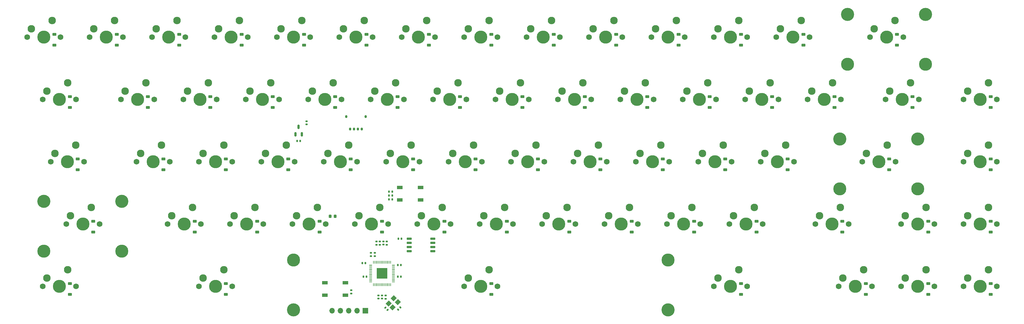
<source format=gbr>
%TF.GenerationSoftware,KiCad,Pcbnew,8.0.4*%
%TF.CreationDate,2024-09-08T22:21:23-07:00*%
%TF.ProjectId,65-wkl-pcb,36352d77-6b6c-42d7-9063-622e6b696361,rev?*%
%TF.SameCoordinates,Original*%
%TF.FileFunction,Soldermask,Bot*%
%TF.FilePolarity,Negative*%
%FSLAX46Y46*%
G04 Gerber Fmt 4.6, Leading zero omitted, Abs format (unit mm)*
G04 Created by KiCad (PCBNEW 8.0.4) date 2024-09-08 22:21:23*
%MOMM*%
%LPD*%
G01*
G04 APERTURE LIST*
G04 Aperture macros list*
%AMRoundRect*
0 Rectangle with rounded corners*
0 $1 Rounding radius*
0 $2 $3 $4 $5 $6 $7 $8 $9 X,Y pos of 4 corners*
0 Add a 4 corners polygon primitive as box body*
4,1,4,$2,$3,$4,$5,$6,$7,$8,$9,$2,$3,0*
0 Add four circle primitives for the rounded corners*
1,1,$1+$1,$2,$3*
1,1,$1+$1,$4,$5*
1,1,$1+$1,$6,$7*
1,1,$1+$1,$8,$9*
0 Add four rect primitives between the rounded corners*
20,1,$1+$1,$2,$3,$4,$5,0*
20,1,$1+$1,$4,$5,$6,$7,0*
20,1,$1+$1,$6,$7,$8,$9,0*
20,1,$1+$1,$8,$9,$2,$3,0*%
%AMRotRect*
0 Rectangle, with rotation*
0 The origin of the aperture is its center*
0 $1 length*
0 $2 width*
0 $3 Rotation angle, in degrees counterclockwise*
0 Add horizontal line*
21,1,$1,$2,0,0,$3*%
G04 Aperture macros list end*
%ADD10C,4.000000*%
%ADD11C,3.987800*%
%ADD12C,2.300000*%
%ADD13C,1.750000*%
%ADD14RoundRect,0.225000X0.375000X-0.225000X0.375000X0.225000X-0.375000X0.225000X-0.375000X-0.225000X0*%
%ADD15O,1.700000X1.700000*%
%ADD16R,1.700000X1.700000*%
%ADD17RoundRect,0.150000X0.150000X-0.512500X0.150000X0.512500X-0.150000X0.512500X-0.150000X-0.512500X0*%
%ADD18RoundRect,0.135000X-0.135000X-0.185000X0.135000X-0.185000X0.135000X0.185000X-0.135000X0.185000X0*%
%ADD19RoundRect,0.135000X0.135000X0.185000X-0.135000X0.185000X-0.135000X-0.185000X0.135000X-0.185000X0*%
%ADD20RoundRect,0.140000X0.170000X-0.140000X0.170000X0.140000X-0.170000X0.140000X-0.170000X-0.140000X0*%
%ADD21RoundRect,0.135000X0.185000X-0.135000X0.185000X0.135000X-0.185000X0.135000X-0.185000X-0.135000X0*%
%ADD22RoundRect,0.140000X0.021213X-0.219203X0.219203X-0.021213X-0.021213X0.219203X-0.219203X0.021213X0*%
%ADD23RoundRect,0.140000X0.219203X0.021213X0.021213X0.219203X-0.219203X-0.021213X-0.021213X-0.219203X0*%
%ADD24R,1.700000X1.000000*%
%ADD25RoundRect,0.140000X0.140000X0.170000X-0.140000X0.170000X-0.140000X-0.170000X0.140000X-0.170000X0*%
%ADD26RoundRect,0.135000X-0.185000X0.135000X-0.185000X-0.135000X0.185000X-0.135000X0.185000X0.135000X0*%
%ADD27RoundRect,0.175000X-0.175000X-0.225000X0.175000X-0.225000X0.175000X0.225000X-0.175000X0.225000X0*%
%ADD28RoundRect,0.150000X-0.150000X-0.275000X0.150000X-0.275000X0.150000X0.275000X-0.150000X0.275000X0*%
%ADD29RoundRect,0.140000X-0.170000X0.140000X-0.170000X-0.140000X0.170000X-0.140000X0.170000X0.140000X0*%
%ADD30RoundRect,0.140000X-0.140000X-0.170000X0.140000X-0.170000X0.140000X0.170000X-0.140000X0.170000X0*%
%ADD31RotRect,1.400000X1.200000X45.000000*%
%ADD32RoundRect,0.150000X0.650000X0.150000X-0.650000X0.150000X-0.650000X-0.150000X0.650000X-0.150000X0*%
%ADD33R,3.200000X3.200000*%
%ADD34RoundRect,0.050000X0.050000X0.387500X-0.050000X0.387500X-0.050000X-0.387500X0.050000X-0.387500X0*%
%ADD35RoundRect,0.050000X0.387500X0.050000X-0.387500X0.050000X-0.387500X-0.050000X0.387500X-0.050000X0*%
%ADD36RoundRect,0.225000X0.225000X0.250000X-0.225000X0.250000X-0.225000X-0.250000X0.225000X-0.250000X0*%
G04 APERTURE END LIST*
D10*
%TO.C,S1*%
X215106250Y-107950000D03*
D11*
X215106250Y-92710000D03*
D10*
X100806250Y-107950000D03*
D11*
X100806250Y-92710000D03*
%TD*%
D12*
%TO.C,MX3*%
X65246250Y-19526250D03*
X58896250Y-22066250D03*
D13*
X67786250Y-24606250D03*
D11*
X62706250Y-24606250D03*
D13*
X57626250Y-24606250D03*
%TD*%
D12*
%TO.C,MX4*%
X84296250Y-19526250D03*
X77946250Y-22066250D03*
D13*
X86836250Y-24606250D03*
D11*
X81756250Y-24606250D03*
D13*
X76676250Y-24606250D03*
%TD*%
D12*
%TO.C,MX37*%
X174783750Y-57626250D03*
X168433750Y-60166250D03*
D13*
X177323750Y-62706250D03*
D11*
X172243750Y-62706250D03*
D13*
X167163750Y-62706250D03*
%TD*%
D12*
%TO.C,MX7*%
X141446250Y-19526250D03*
X135096250Y-22066250D03*
D13*
X143986250Y-24606250D03*
D11*
X138906250Y-24606250D03*
D13*
X133826250Y-24606250D03*
%TD*%
D12*
%TO.C,MX16*%
X55721250Y-38576250D03*
X49371250Y-41116250D03*
D13*
X58261250Y-43656250D03*
D11*
X53181250Y-43656250D03*
D13*
X48101250Y-43656250D03*
%TD*%
D12*
%TO.C,MX29*%
X312896250Y-38576250D03*
X306546250Y-41116250D03*
D13*
X315436250Y-43656250D03*
D11*
X310356250Y-43656250D03*
D13*
X305276250Y-43656250D03*
%TD*%
D12*
%TO.C,MX39*%
X212883750Y-57626250D03*
X206533750Y-60166250D03*
D13*
X215423750Y-62706250D03*
D11*
X210343750Y-62706250D03*
D13*
X205263750Y-62706250D03*
%TD*%
D12*
%TO.C,MX13*%
X255746250Y-19526250D03*
X249396250Y-22066250D03*
D13*
X258286250Y-24606250D03*
D11*
X253206250Y-24606250D03*
D13*
X248126250Y-24606250D03*
%TD*%
D12*
%TO.C,MX63*%
X293846250Y-95726250D03*
X287496250Y-98266250D03*
D13*
X296386250Y-100806250D03*
D11*
X291306250Y-100806250D03*
D13*
X286226250Y-100806250D03*
%TD*%
D12*
%TO.C,MX2*%
X46196250Y-19526250D03*
X39846250Y-22066250D03*
D13*
X48736250Y-24606250D03*
D11*
X43656250Y-24606250D03*
D13*
X38576250Y-24606250D03*
%TD*%
D12*
%TO.C,MX24*%
X208121250Y-38576250D03*
X201771250Y-41116250D03*
D13*
X210661250Y-43656250D03*
D11*
X205581250Y-43656250D03*
D13*
X200501250Y-43656250D03*
%TD*%
D12*
%TO.C,MX56*%
X293846250Y-76676250D03*
X287496250Y-79216250D03*
D13*
X296386250Y-81756250D03*
D11*
X291306250Y-81756250D03*
D13*
X286226250Y-81756250D03*
%TD*%
D12*
%TO.C,MX35*%
X136683750Y-57626250D03*
X130333750Y-60166250D03*
D13*
X139223750Y-62706250D03*
D11*
X134143750Y-62706250D03*
D13*
X129063750Y-62706250D03*
%TD*%
D12*
%TO.C,MX28*%
X289083750Y-38576250D03*
X282733750Y-41116250D03*
D13*
X291623750Y-43656250D03*
D11*
X286543750Y-43656250D03*
D13*
X281463750Y-43656250D03*
%TD*%
D12*
%TO.C,MX5*%
X103346250Y-19526250D03*
X96996250Y-22066250D03*
D13*
X105886250Y-24606250D03*
D11*
X100806250Y-24606250D03*
D13*
X95726250Y-24606250D03*
%TD*%
D12*
%TO.C,MX59*%
X79533750Y-95726250D03*
X73183750Y-98266250D03*
D13*
X82073750Y-100806250D03*
D11*
X76993750Y-100806250D03*
D13*
X71913750Y-100806250D03*
%TD*%
D12*
%TO.C,MX31*%
X60483750Y-57626250D03*
X54133750Y-60166250D03*
D13*
X63023750Y-62706250D03*
D11*
X57943750Y-62706250D03*
D13*
X52863750Y-62706250D03*
%TD*%
D12*
%TO.C,MX8*%
X160496250Y-19526250D03*
X154146250Y-22066250D03*
D13*
X163036250Y-24606250D03*
D11*
X157956250Y-24606250D03*
D13*
X152876250Y-24606250D03*
%TD*%
D12*
%TO.C,MX11*%
X217646250Y-19526250D03*
X211296250Y-22066250D03*
D13*
X220186250Y-24606250D03*
D11*
X215106250Y-24606250D03*
D13*
X210026250Y-24606250D03*
%TD*%
D12*
%TO.C,MX10*%
X198596250Y-19526250D03*
X192246250Y-22066250D03*
D13*
X201136250Y-24606250D03*
D11*
X196056250Y-24606250D03*
D13*
X190976250Y-24606250D03*
%TD*%
D12*
%TO.C,MX47*%
X108108750Y-76676250D03*
X101758750Y-79216250D03*
D13*
X110648750Y-81756250D03*
D11*
X105568750Y-81756250D03*
D13*
X100488750Y-81756250D03*
%TD*%
D12*
%TO.C,MX62*%
X274796250Y-95726250D03*
X268446250Y-98266250D03*
D13*
X277336250Y-100806250D03*
D11*
X272256250Y-100806250D03*
D13*
X267176250Y-100806250D03*
%TD*%
D12*
%TO.C,MX48*%
X127158750Y-76676250D03*
X120808750Y-79216250D03*
D13*
X129698750Y-81756250D03*
D11*
X124618750Y-81756250D03*
D13*
X119538750Y-81756250D03*
%TD*%
D12*
%TO.C,MX15*%
X31908750Y-38576250D03*
X25558750Y-41116250D03*
D13*
X34448750Y-43656250D03*
D11*
X29368750Y-43656250D03*
D13*
X24288750Y-43656250D03*
%TD*%
D12*
%TO.C,MX27*%
X265271250Y-38576250D03*
X258921250Y-41116250D03*
D13*
X267811250Y-43656250D03*
D11*
X262731250Y-43656250D03*
D13*
X257651250Y-43656250D03*
%TD*%
D12*
%TO.C,MX22*%
X170021250Y-38576250D03*
X163671250Y-41116250D03*
D13*
X172561250Y-43656250D03*
D11*
X167481250Y-43656250D03*
D13*
X162401250Y-43656250D03*
%TD*%
D12*
%TO.C,MX60*%
X160496250Y-95726250D03*
X154146250Y-98266250D03*
D13*
X163036250Y-100806250D03*
D11*
X157956250Y-100806250D03*
D13*
X152876250Y-100806250D03*
%TD*%
D12*
%TO.C,MX42*%
X281940000Y-57626250D03*
X275590000Y-60166250D03*
D13*
X284480000Y-62706250D03*
D11*
X279400000Y-62706250D03*
D13*
X274320000Y-62706250D03*
%TD*%
D12*
%TO.C,MX57*%
X312896250Y-76676250D03*
X306546250Y-79216250D03*
D13*
X315436250Y-81756250D03*
D11*
X310356250Y-81756250D03*
D13*
X305276250Y-81756250D03*
%TD*%
D12*
%TO.C,MX20*%
X131921250Y-38576250D03*
X125571250Y-41116250D03*
D13*
X134461250Y-43656250D03*
D11*
X129381250Y-43656250D03*
D13*
X124301250Y-43656250D03*
%TD*%
D12*
%TO.C,MX52*%
X203358750Y-76676250D03*
X197008750Y-79216250D03*
D13*
X205898750Y-81756250D03*
D11*
X200818750Y-81756250D03*
D13*
X195738750Y-81756250D03*
%TD*%
D12*
%TO.C,MX50*%
X165258750Y-76676250D03*
X158908750Y-79216250D03*
D13*
X167798750Y-81756250D03*
D11*
X162718750Y-81756250D03*
D13*
X157638750Y-81756250D03*
%TD*%
D12*
%TO.C,MX40*%
X231933750Y-57626250D03*
X225583750Y-60166250D03*
D13*
X234473750Y-62706250D03*
D11*
X229393750Y-62706250D03*
D13*
X224313750Y-62706250D03*
%TD*%
D12*
%TO.C,MX41*%
X250983750Y-57626250D03*
X244633750Y-60166250D03*
D13*
X253523750Y-62706250D03*
D11*
X248443750Y-62706250D03*
D13*
X243363750Y-62706250D03*
%TD*%
D12*
%TO.C,MX53*%
X222408750Y-76676250D03*
X216058750Y-79216250D03*
D13*
X224948750Y-81756250D03*
D11*
X219868750Y-81756250D03*
D13*
X214788750Y-81756250D03*
%TD*%
D12*
%TO.C,MX25*%
X227171250Y-38576250D03*
X220821250Y-41116250D03*
D13*
X229711250Y-43656250D03*
D11*
X224631250Y-43656250D03*
D13*
X219551250Y-43656250D03*
%TD*%
D11*
%TO.C,S3*%
X291306250Y-70961250D03*
D10*
X291306250Y-55721250D03*
D11*
X267493750Y-70961250D03*
D10*
X267493750Y-55721250D03*
%TD*%
D12*
%TO.C,MX36*%
X155733750Y-57626250D03*
X149383750Y-60166250D03*
D13*
X158273750Y-62706250D03*
D11*
X153193750Y-62706250D03*
D13*
X148113750Y-62706250D03*
%TD*%
D12*
%TO.C,MX9*%
X179546250Y-19526250D03*
X173196250Y-22066250D03*
D13*
X182086250Y-24606250D03*
D11*
X177006250Y-24606250D03*
D13*
X171926250Y-24606250D03*
%TD*%
D12*
%TO.C,MX14*%
X284321250Y-19526250D03*
X277971250Y-22066250D03*
D13*
X286861250Y-24606250D03*
D11*
X281781250Y-24606250D03*
D13*
X276701250Y-24606250D03*
%TD*%
D12*
%TO.C,MX17*%
X74771250Y-38576250D03*
X68421250Y-41116250D03*
D13*
X77311250Y-43656250D03*
D11*
X72231250Y-43656250D03*
D13*
X67151250Y-43656250D03*
%TD*%
D12*
%TO.C,MX45*%
X70008750Y-76676250D03*
X63658750Y-79216250D03*
D13*
X72548750Y-81756250D03*
D11*
X67468750Y-81756250D03*
D13*
X62388750Y-81756250D03*
%TD*%
D12*
%TO.C,MX54*%
X241458750Y-76676250D03*
X235108750Y-79216250D03*
D13*
X243998750Y-81756250D03*
D11*
X238918750Y-81756250D03*
D13*
X233838750Y-81756250D03*
%TD*%
D12*
%TO.C,MX32*%
X79533750Y-57626250D03*
X73183750Y-60166250D03*
D13*
X82073750Y-62706250D03*
D11*
X76993750Y-62706250D03*
D13*
X71913750Y-62706250D03*
%TD*%
D12*
%TO.C,MX49*%
X146208750Y-76676250D03*
X139858750Y-79216250D03*
D13*
X148748750Y-81756250D03*
D11*
X143668750Y-81756250D03*
D13*
X138588750Y-81756250D03*
%TD*%
D12*
%TO.C,MX21*%
X150971250Y-38576250D03*
X144621250Y-41116250D03*
D13*
X153511250Y-43656250D03*
D11*
X148431250Y-43656250D03*
D13*
X143351250Y-43656250D03*
%TD*%
D12*
%TO.C,MX61*%
X236696250Y-95726250D03*
X230346250Y-98266250D03*
D13*
X239236250Y-100806250D03*
D11*
X234156250Y-100806250D03*
D13*
X229076250Y-100806250D03*
%TD*%
D12*
%TO.C,MX44*%
X39052500Y-76676250D03*
X32702500Y-79216250D03*
D13*
X41592500Y-81756250D03*
D11*
X36512500Y-81756250D03*
D13*
X31432500Y-81756250D03*
%TD*%
D12*
%TO.C,MX1*%
X27146250Y-19526250D03*
X20796250Y-22066250D03*
D13*
X29686250Y-24606250D03*
D11*
X24606250Y-24606250D03*
D13*
X19526250Y-24606250D03*
%TD*%
D12*
%TO.C,MX19*%
X112871250Y-38576250D03*
X106521250Y-41116250D03*
D13*
X115411250Y-43656250D03*
D11*
X110331250Y-43656250D03*
D13*
X105251250Y-43656250D03*
%TD*%
D12*
%TO.C,MX6*%
X122396250Y-19526250D03*
X116046250Y-22066250D03*
D13*
X124936250Y-24606250D03*
D11*
X119856250Y-24606250D03*
D13*
X114776250Y-24606250D03*
%TD*%
D12*
%TO.C,MX34*%
X117633750Y-57626250D03*
X111283750Y-60166250D03*
D13*
X120173750Y-62706250D03*
D11*
X115093750Y-62706250D03*
D13*
X110013750Y-62706250D03*
%TD*%
D11*
%TO.C,S4*%
X293687500Y-32861250D03*
D10*
X293687500Y-17621250D03*
D11*
X269875000Y-32861250D03*
D10*
X269875000Y-17621250D03*
%TD*%
D12*
%TO.C,MX38*%
X193833750Y-57626250D03*
X187483750Y-60166250D03*
D13*
X196373750Y-62706250D03*
D11*
X191293750Y-62706250D03*
D13*
X186213750Y-62706250D03*
%TD*%
D12*
%TO.C,MX30*%
X34290000Y-57626250D03*
X27940000Y-60166250D03*
D13*
X36830000Y-62706250D03*
D11*
X31750000Y-62706250D03*
D13*
X26670000Y-62706250D03*
%TD*%
D12*
%TO.C,MX18*%
X93821250Y-38576250D03*
X87471250Y-41116250D03*
D13*
X96361250Y-43656250D03*
D11*
X91281250Y-43656250D03*
D13*
X86201250Y-43656250D03*
%TD*%
D12*
%TO.C,MX43*%
X312896250Y-57626250D03*
X306546250Y-60166250D03*
D13*
X315436250Y-62706250D03*
D11*
X310356250Y-62706250D03*
D13*
X305276250Y-62706250D03*
%TD*%
D12*
%TO.C,MX58*%
X31908750Y-95726250D03*
X25558750Y-98266250D03*
D13*
X34448750Y-100806250D03*
D11*
X29368750Y-100806250D03*
D13*
X24288750Y-100806250D03*
%TD*%
D12*
%TO.C,MX26*%
X246221250Y-38576250D03*
X239871250Y-41116250D03*
D13*
X248761250Y-43656250D03*
D11*
X243681250Y-43656250D03*
D13*
X238601250Y-43656250D03*
%TD*%
D12*
%TO.C,MX51*%
X184308750Y-76676250D03*
X177958750Y-79216250D03*
D13*
X186848750Y-81756250D03*
D11*
X181768750Y-81756250D03*
D13*
X176688750Y-81756250D03*
%TD*%
D12*
%TO.C,MX64*%
X312896250Y-95726250D03*
X306546250Y-98266250D03*
D13*
X315436250Y-100806250D03*
D11*
X310356250Y-100806250D03*
D13*
X305276250Y-100806250D03*
%TD*%
D12*
%TO.C,MX33*%
X98583750Y-57626250D03*
X92233750Y-60166250D03*
D13*
X101123750Y-62706250D03*
D11*
X96043750Y-62706250D03*
D13*
X90963750Y-62706250D03*
%TD*%
D12*
%TO.C,MX12*%
X236696250Y-19526250D03*
X230346250Y-22066250D03*
D13*
X239236250Y-24606250D03*
D11*
X234156250Y-24606250D03*
D13*
X229076250Y-24606250D03*
%TD*%
D12*
%TO.C,MX23*%
X189071250Y-38576250D03*
X182721250Y-41116250D03*
D13*
X191611250Y-43656250D03*
D11*
X186531250Y-43656250D03*
D13*
X181451250Y-43656250D03*
%TD*%
D12*
%TO.C,MX46*%
X89058750Y-76676250D03*
X82708750Y-79216250D03*
D13*
X91598750Y-81756250D03*
D11*
X86518750Y-81756250D03*
D13*
X81438750Y-81756250D03*
%TD*%
D12*
%TO.C,MX55*%
X267652500Y-76676250D03*
X261302500Y-79216250D03*
D13*
X270192500Y-81756250D03*
D11*
X265112500Y-81756250D03*
D13*
X260032500Y-81756250D03*
%TD*%
D11*
%TO.C,S2*%
X48418750Y-90011250D03*
D10*
X48418750Y-74771250D03*
D11*
X24606250Y-90011250D03*
D10*
X24606250Y-74771250D03*
%TD*%
D14*
%TO.C,D53*%
X223043750Y-80900000D03*
X223043750Y-84200000D03*
%TD*%
%TO.C,D41*%
X251618750Y-61850000D03*
X251618750Y-65150000D03*
%TD*%
%TO.C,D43*%
X313531250Y-61850000D03*
X313531250Y-65150000D03*
%TD*%
D15*
%TO.C,J3*%
X112575993Y-108219357D03*
X115115993Y-108219357D03*
X117655993Y-108219357D03*
X120195993Y-108219357D03*
D16*
X122735993Y-108219357D03*
%TD*%
D17*
%TO.C,U1*%
X102347130Y-52043750D03*
X101397131Y-54318750D03*
X103297129Y-54318750D03*
%TD*%
D18*
%TO.C,R4*%
X130953749Y-73050000D03*
X129933751Y-73050000D03*
%TD*%
D14*
%TO.C,D8*%
X161131250Y-23750000D03*
X161131250Y-27050000D03*
%TD*%
D19*
%TO.C,R5*%
X129933751Y-74250000D03*
X130953749Y-74250000D03*
%TD*%
D14*
%TO.C,D10*%
X199231250Y-23750000D03*
X199231250Y-27050000D03*
%TD*%
%TO.C,D46*%
X89693750Y-80900000D03*
X89693750Y-84200000D03*
%TD*%
%TO.C,D18*%
X94456250Y-42800000D03*
X94456250Y-46100000D03*
%TD*%
D20*
%TO.C,C16*%
X128213359Y-87087400D03*
X128213359Y-88047400D03*
%TD*%
D14*
%TO.C,D48*%
X127793750Y-80900000D03*
X127793750Y-84200000D03*
%TD*%
%TO.C,D35*%
X137318750Y-61850000D03*
X137318750Y-65150000D03*
%TD*%
%TO.C,D30*%
X34925000Y-61850000D03*
X34925000Y-65150000D03*
%TD*%
%TO.C,D25*%
X227806250Y-42800000D03*
X227806250Y-46100000D03*
%TD*%
%TO.C,D38*%
X194468750Y-61850000D03*
X194468750Y-65150000D03*
%TD*%
%TO.C,D24*%
X208756250Y-42800000D03*
X208756250Y-46100000D03*
%TD*%
%TO.C,D56*%
X294481250Y-80900000D03*
X294481250Y-84200000D03*
%TD*%
%TO.C,D63*%
X294481250Y-99950000D03*
X294481250Y-103250000D03*
%TD*%
%TO.C,D11*%
X218281250Y-23750000D03*
X218281250Y-27050000D03*
%TD*%
D21*
%TO.C,R9*%
X128910755Y-103561188D03*
X128910755Y-104581186D03*
%TD*%
D14*
%TO.C,D17*%
X75406250Y-42800000D03*
X75406250Y-46100000D03*
%TD*%
D20*
%TO.C,C13*%
X129244743Y-87096067D03*
X129244743Y-88056067D03*
%TD*%
D14*
%TO.C,D42*%
X282575000Y-61850000D03*
X282575000Y-65150000D03*
%TD*%
%TO.C,D37*%
X175418750Y-61850000D03*
X175418750Y-65150000D03*
%TD*%
%TO.C,D34*%
X118268750Y-61850000D03*
X118268750Y-65150000D03*
%TD*%
%TO.C,D23*%
X189706250Y-42800000D03*
X189706250Y-46100000D03*
%TD*%
D22*
%TO.C,C11*%
X133420822Y-107212713D03*
X132742000Y-107891535D03*
%TD*%
D23*
%TO.C,C12*%
X128773250Y-107327641D03*
X129452072Y-108006463D03*
%TD*%
D24*
%TO.C,RST1*%
X110356250Y-103500000D03*
X116656250Y-103500000D03*
X110356250Y-99700000D03*
X116656250Y-99700000D03*
%TD*%
D14*
%TO.C,D19*%
X113506250Y-42800000D03*
X113506250Y-46100000D03*
%TD*%
%TO.C,D40*%
X232568750Y-61850000D03*
X232568750Y-65150000D03*
%TD*%
%TO.C,D61*%
X237331250Y-99950000D03*
X237331250Y-103250000D03*
%TD*%
%TO.C,D21*%
X151606250Y-42800000D03*
X151606250Y-46100000D03*
%TD*%
%TO.C,D14*%
X284956250Y-23750000D03*
X284956250Y-27050000D03*
%TD*%
%TO.C,D29*%
X313531250Y-42800000D03*
X313531250Y-46100000D03*
%TD*%
%TO.C,D55*%
X268287500Y-80900000D03*
X268287500Y-84200000D03*
%TD*%
D20*
%TO.C,C1*%
X104775000Y-50320000D03*
X104775000Y-51280000D03*
%TD*%
D14*
%TO.C,D22*%
X170656250Y-42800000D03*
X170656250Y-46100000D03*
%TD*%
%TO.C,D13*%
X256381250Y-23750000D03*
X256381250Y-27050000D03*
%TD*%
%TO.C,D44*%
X39687500Y-80900000D03*
X39687500Y-84200000D03*
%TD*%
D25*
%TO.C,C6*%
X121757500Y-93662500D03*
X122717500Y-93662500D03*
%TD*%
D14*
%TO.C,D62*%
X275431250Y-99950000D03*
X275431250Y-103250000D03*
%TD*%
%TO.C,D47*%
X108743750Y-80900000D03*
X108743750Y-84200000D03*
%TD*%
D26*
%TO.C,R8*%
X126079493Y-88106250D03*
X126079493Y-87086250D03*
%TD*%
D14*
%TO.C,D12*%
X237331250Y-23750000D03*
X237331250Y-27050000D03*
%TD*%
%TO.C,D5*%
X103981250Y-23750000D03*
X103981250Y-27050000D03*
%TD*%
D25*
%TO.C,C10*%
X132787120Y-86195460D03*
X133747120Y-86195460D03*
%TD*%
D14*
%TO.C,D31*%
X61118750Y-61850000D03*
X61118750Y-65150000D03*
%TD*%
%TO.C,D32*%
X80168750Y-61850000D03*
X80168750Y-65150000D03*
%TD*%
D27*
%TO.C,J4*%
X122806250Y-48900000D03*
X116906250Y-48900000D03*
D28*
X121656250Y-52675000D03*
X120456250Y-52675000D03*
X119256250Y-52675000D03*
X118056250Y-52675000D03*
%TD*%
D29*
%TO.C,C4*%
X126726648Y-104512185D03*
X126726648Y-103552185D03*
%TD*%
D30*
%TO.C,C8*%
X133576808Y-94235894D03*
X132616808Y-94235894D03*
%TD*%
D14*
%TO.C,D59*%
X80168750Y-99950000D03*
X80168750Y-103250000D03*
%TD*%
%TO.C,D52*%
X203993750Y-80900000D03*
X203993750Y-84200000D03*
%TD*%
D31*
%TO.C,Y1*%
X131039572Y-107212713D03*
X132595207Y-105657078D03*
X131393126Y-104454997D03*
X129837491Y-106010632D03*
%TD*%
D14*
%TO.C,D27*%
X265906250Y-42800000D03*
X265906250Y-46100000D03*
%TD*%
%TO.C,D3*%
X65881250Y-23750000D03*
X65881250Y-27050000D03*
%TD*%
D20*
%TO.C,C3*%
X125554085Y-90588161D03*
X125554085Y-91548161D03*
%TD*%
D14*
%TO.C,D54*%
X242093750Y-80900000D03*
X242093750Y-84200000D03*
%TD*%
%TO.C,D50*%
X165893750Y-80900000D03*
X165893750Y-84200000D03*
%TD*%
D24*
%TO.C,BOOT1*%
X133243751Y-74337500D03*
X139543749Y-74337500D03*
X133243751Y-70537500D03*
X139543749Y-70537500D03*
%TD*%
D14*
%TO.C,D51*%
X184943750Y-80900000D03*
X184943750Y-84200000D03*
%TD*%
D20*
%TO.C,C7*%
X124428827Y-90573891D03*
X124428827Y-91533891D03*
%TD*%
D14*
%TO.C,D4*%
X84931250Y-23750000D03*
X84931250Y-27050000D03*
%TD*%
%TO.C,D45*%
X70643750Y-80900000D03*
X70643750Y-84200000D03*
%TD*%
%TO.C,D26*%
X246856250Y-42800000D03*
X246856250Y-46100000D03*
%TD*%
D19*
%TO.C,R3*%
X129933751Y-71850000D03*
X130953749Y-71850000D03*
%TD*%
D25*
%TO.C,C15*%
X122087313Y-97837072D03*
X123047313Y-97837072D03*
%TD*%
D14*
%TO.C,D33*%
X99218750Y-61850000D03*
X99218750Y-65150000D03*
%TD*%
%TO.C,D7*%
X142081250Y-23750000D03*
X142081250Y-27050000D03*
%TD*%
%TO.C,D58*%
X32543750Y-99950000D03*
X32543750Y-103250000D03*
%TD*%
%TO.C,D20*%
X132556250Y-42800000D03*
X132556250Y-46100000D03*
%TD*%
%TO.C,D39*%
X213518750Y-61850000D03*
X213518750Y-65150000D03*
%TD*%
%TO.C,D9*%
X180181250Y-23750000D03*
X180181250Y-27050000D03*
%TD*%
D32*
%TO.C,U4*%
X136100000Y-86201250D03*
X136100000Y-87471250D03*
X136100000Y-88741250D03*
X136100000Y-90011250D03*
X143300000Y-90011250D03*
X143300000Y-88741250D03*
X143300000Y-87471250D03*
X143300000Y-86201250D03*
%TD*%
D14*
%TO.C,D49*%
X146843750Y-80900000D03*
X146843750Y-84200000D03*
%TD*%
D26*
%TO.C,R7*%
X127152046Y-88106250D03*
X127152046Y-87086250D03*
%TD*%
D30*
%TO.C,C2*%
X102827130Y-56356250D03*
X101867130Y-56356250D03*
%TD*%
D14*
%TO.C,D1*%
X27781250Y-23750000D03*
X27781250Y-27050000D03*
%TD*%
D30*
%TO.C,C9*%
X133585462Y-97834364D03*
X132625462Y-97834364D03*
%TD*%
D14*
%TO.C,D57*%
X313531250Y-80900000D03*
X313531250Y-84200000D03*
%TD*%
%TO.C,D6*%
X123031250Y-23750000D03*
X123031250Y-27050000D03*
%TD*%
%TO.C,D64*%
X313531250Y-99950000D03*
X313531250Y-103250000D03*
%TD*%
D33*
%TO.C,U3*%
X127793750Y-96837500D03*
D34*
X130393750Y-93400000D03*
X129993750Y-93400000D03*
X129593750Y-93400000D03*
X129193750Y-93400000D03*
X128793750Y-93400000D03*
X128393750Y-93400000D03*
X127993750Y-93400000D03*
X127593750Y-93400000D03*
X127193750Y-93400000D03*
X126793750Y-93400000D03*
X126393750Y-93400000D03*
X125993750Y-93400000D03*
X125593750Y-93400000D03*
X125193750Y-93400000D03*
D35*
X124356250Y-94237500D03*
X124356250Y-94637500D03*
X124356250Y-95037500D03*
X124356250Y-95437500D03*
X124356250Y-95837500D03*
X124356250Y-96237500D03*
X124356250Y-96637500D03*
X124356250Y-97037500D03*
X124356250Y-97437500D03*
X124356250Y-97837500D03*
X124356250Y-98237500D03*
X124356250Y-98637500D03*
X124356250Y-99037500D03*
X124356250Y-99437500D03*
D34*
X125193750Y-100275000D03*
X125593750Y-100275000D03*
X125993750Y-100275000D03*
X126393750Y-100275000D03*
X126793750Y-100275000D03*
X127193750Y-100275000D03*
X127593750Y-100275000D03*
X127993750Y-100275000D03*
X128393750Y-100275000D03*
X128793750Y-100275000D03*
X129193750Y-100275000D03*
X129593750Y-100275000D03*
X129993750Y-100275000D03*
X130393750Y-100275000D03*
D35*
X131231250Y-99437500D03*
X131231250Y-99037500D03*
X131231250Y-98637500D03*
X131231250Y-98237500D03*
X131231250Y-97837500D03*
X131231250Y-97437500D03*
X131231250Y-97037500D03*
X131231250Y-96637500D03*
X131231250Y-96237500D03*
X131231250Y-95837500D03*
X131231250Y-95437500D03*
X131231250Y-95037500D03*
X131231250Y-94637500D03*
X131231250Y-94237500D03*
%TD*%
D26*
%TO.C,R6*%
X118437555Y-102980838D03*
X118437555Y-101960840D03*
%TD*%
D14*
%TO.C,D28*%
X289718750Y-42800000D03*
X289718750Y-46100000D03*
%TD*%
%TO.C,D60*%
X161131250Y-99950000D03*
X161131250Y-103250000D03*
%TD*%
%TO.C,D2*%
X46831250Y-23750000D03*
X46831250Y-27050000D03*
%TD*%
%TO.C,D36*%
X156368750Y-61850000D03*
X156368750Y-65150000D03*
%TD*%
D36*
%TO.C,C5*%
X111937500Y-79375000D03*
X113487500Y-79375000D03*
%TD*%
D14*
%TO.C,D15*%
X32543750Y-42800000D03*
X32543750Y-46100000D03*
%TD*%
%TO.C,D16*%
X56356250Y-42800000D03*
X56356250Y-46100000D03*
%TD*%
D29*
%TO.C,C14*%
X127799200Y-104518685D03*
X127799200Y-103558685D03*
%TD*%
M02*

</source>
